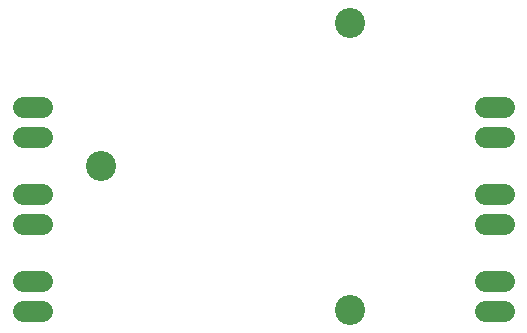
<source format=gbr>
G04 EAGLE Gerber RS-274X export*
G75*
%MOMM*%
%FSLAX34Y34*%
%LPD*%
%INSoldermask Top*%
%IPPOS*%
%AMOC8*
5,1,8,0,0,1.08239X$1,22.5*%
G01*
%ADD10C,2.553200*%
%ADD11C,1.812800*%


D10*
X311404Y284734D03*
X100584Y163576D03*
X311404Y41910D03*
D11*
X51228Y187960D02*
X35132Y187960D01*
X35132Y213360D02*
X51228Y213360D01*
X51228Y114300D02*
X35132Y114300D01*
X35132Y139700D02*
X51228Y139700D01*
X51228Y40640D02*
X35132Y40640D01*
X35132Y66040D02*
X51228Y66040D01*
X426292Y187960D02*
X442388Y187960D01*
X442388Y213360D02*
X426292Y213360D01*
X426292Y114300D02*
X442388Y114300D01*
X442388Y139700D02*
X426292Y139700D01*
X426292Y40640D02*
X442388Y40640D01*
X442388Y66040D02*
X426292Y66040D01*
M02*

</source>
